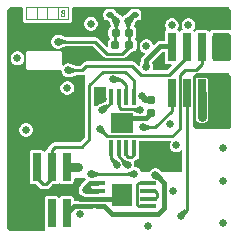
<source format=gbr>
G04 #@! TF.GenerationSoftware,KiCad,Pcbnew,9.0.3*
G04 #@! TF.CreationDate,2025-08-06T23:44:27+02:00*
G04 #@! TF.ProjectId,MADC,4d414443-2e6b-4696-9361-645f70636258,rev?*
G04 #@! TF.SameCoordinates,Original*
G04 #@! TF.FileFunction,Copper,L4,Bot*
G04 #@! TF.FilePolarity,Positive*
%FSLAX46Y46*%
G04 Gerber Fmt 4.6, Leading zero omitted, Abs format (unit mm)*
G04 Created by KiCad (PCBNEW 9.0.3) date 2025-08-06 23:44:27*
%MOMM*%
%LPD*%
G01*
G04 APERTURE LIST*
G04 Aperture macros list*
%AMRoundRect*
0 Rectangle with rounded corners*
0 $1 Rounding radius*
0 $2 $3 $4 $5 $6 $7 $8 $9 X,Y pos of 4 corners*
0 Add a 4 corners polygon primitive as box body*
4,1,4,$2,$3,$4,$5,$6,$7,$8,$9,$2,$3,0*
0 Add four circle primitives for the rounded corners*
1,1,$1+$1,$2,$3*
1,1,$1+$1,$4,$5*
1,1,$1+$1,$6,$7*
1,1,$1+$1,$8,$9*
0 Add four rect primitives between the rounded corners*
20,1,$1+$1,$2,$3,$4,$5,0*
20,1,$1+$1,$4,$5,$6,$7,0*
20,1,$1+$1,$6,$7,$8,$9,0*
20,1,$1+$1,$8,$9,$2,$3,0*%
G04 Aperture macros list end*
G04 #@! TA.AperFunction,NonConductor*
%ADD10C,0.100000*%
G04 #@! TD*
%ADD11C,0.100000*%
G04 #@! TA.AperFunction,SMDPad,CuDef*
%ADD12RoundRect,0.112500X-0.187500X-0.112500X0.187500X-0.112500X0.187500X0.112500X-0.187500X0.112500X0*%
G04 #@! TD*
G04 #@! TA.AperFunction,SMDPad,CuDef*
%ADD13RoundRect,0.155000X0.212500X0.155000X-0.212500X0.155000X-0.212500X-0.155000X0.212500X-0.155000X0*%
G04 #@! TD*
G04 #@! TA.AperFunction,SMDPad,CuDef*
%ADD14RoundRect,0.160000X0.197500X0.160000X-0.197500X0.160000X-0.197500X-0.160000X0.197500X-0.160000X0*%
G04 #@! TD*
G04 #@! TA.AperFunction,SMDPad,CuDef*
%ADD15RoundRect,0.100000X0.100000X-0.612500X0.100000X0.612500X-0.100000X0.612500X-0.100000X-0.612500X0*%
G04 #@! TD*
G04 #@! TA.AperFunction,HeatsinkPad*
%ADD16R,1.850000X1.730000*%
G04 #@! TD*
G04 #@! TA.AperFunction,SMDPad,CuDef*
%ADD17R,0.740000X2.400000*%
G04 #@! TD*
G04 #@! TA.AperFunction,SMDPad,CuDef*
%ADD18RoundRect,0.100000X0.612500X0.100000X-0.612500X0.100000X-0.612500X-0.100000X0.612500X-0.100000X0*%
G04 #@! TD*
G04 #@! TA.AperFunction,HeatsinkPad*
%ADD19R,1.730000X1.850000*%
G04 #@! TD*
G04 #@! TA.AperFunction,SMDPad,CuDef*
%ADD20RoundRect,0.155000X0.155000X-0.212500X0.155000X0.212500X-0.155000X0.212500X-0.155000X-0.212500X0*%
G04 #@! TD*
G04 #@! TA.AperFunction,ViaPad*
%ADD21C,0.650000*%
G04 #@! TD*
G04 #@! TA.AperFunction,Conductor*
%ADD22C,0.381000*%
G04 #@! TD*
G04 #@! TA.AperFunction,Conductor*
%ADD23C,0.254000*%
G04 #@! TD*
G04 #@! TA.AperFunction,Conductor*
%ADD24C,0.508000*%
G04 #@! TD*
G04 #@! TA.AperFunction,Conductor*
%ADD25C,0.762000*%
G04 #@! TD*
G04 APERTURE END LIST*
D10*
X135636000Y-83566000D02*
X136525000Y-83566000D01*
X136525000Y-84582000D01*
X135636000Y-84582000D01*
X135636000Y-83566000D01*
X137414000Y-83566000D02*
X138303000Y-83566000D01*
X138303000Y-84582000D01*
X137414000Y-84582000D01*
X137414000Y-83566000D01*
X138303000Y-83566000D02*
X139192000Y-83566000D01*
X139192000Y-84582000D01*
X138303000Y-84582000D01*
X138303000Y-83566000D01*
X136525000Y-83566000D02*
X137414000Y-83566000D01*
X137414000Y-84582000D01*
X136525000Y-84582000D01*
X136525000Y-83566000D01*
D11*
D10*
X138688096Y-84050504D02*
X138616668Y-84074314D01*
X138616668Y-84074314D02*
X138592858Y-84098123D01*
X138592858Y-84098123D02*
X138569049Y-84145742D01*
X138569049Y-84145742D02*
X138569049Y-84217171D01*
X138569049Y-84217171D02*
X138592858Y-84264790D01*
X138592858Y-84264790D02*
X138616668Y-84288600D01*
X138616668Y-84288600D02*
X138664287Y-84312409D01*
X138664287Y-84312409D02*
X138854763Y-84312409D01*
X138854763Y-84312409D02*
X138854763Y-83812409D01*
X138854763Y-83812409D02*
X138688096Y-83812409D01*
X138688096Y-83812409D02*
X138640477Y-83836219D01*
X138640477Y-83836219D02*
X138616668Y-83860028D01*
X138616668Y-83860028D02*
X138592858Y-83907647D01*
X138592858Y-83907647D02*
X138592858Y-83955266D01*
X138592858Y-83955266D02*
X138616668Y-84002885D01*
X138616668Y-84002885D02*
X138640477Y-84026695D01*
X138640477Y-84026695D02*
X138688096Y-84050504D01*
X138688096Y-84050504D02*
X138854763Y-84050504D01*
D12*
G04 #@! TO.P,D2,1,K*
G04 #@! TO.N,Net-(D1-A)*
X142714000Y-84201000D03*
G04 #@! TO.P,D2,2,A*
G04 #@! TO.N,Net-(D1-K)*
X144814000Y-84201000D03*
G04 #@! TD*
D13*
G04 #@! TO.P,C14,1*
G04 #@! TO.N,Net-(D1-K)*
X144331500Y-85725000D03*
G04 #@! TO.P,C14,2*
G04 #@! TO.N,Net-(D1-A)*
X143196500Y-85725000D03*
G04 #@! TD*
D14*
G04 #@! TO.P,R4,1*
G04 #@! TO.N,Net-(D1-K)*
X144361500Y-86741000D03*
G04 #@! TO.P,R4,2*
G04 #@! TO.N,Net-(D1-A)*
X143166500Y-86741000D03*
G04 #@! TD*
D15*
G04 #@! TO.P,RN1,1*
G04 #@! TO.N,Net-(RN1-Pad1)*
X144739000Y-95507500D03*
G04 #@! TO.P,RN1,2*
X144089000Y-95507500D03*
G04 #@! TO.P,RN1,3*
G04 #@! TO.N,/AD_REF-*
X143439000Y-95507500D03*
G04 #@! TO.P,RN1,4*
G04 #@! TO.N,/AD_REF+*
X142789000Y-95507500D03*
G04 #@! TO.P,RN1,5*
G04 #@! TO.N,Net-(RN1-Pad5)*
X142789000Y-91182500D03*
G04 #@! TO.P,RN1,6*
G04 #@! TO.N,Net-(RN1-Pad6)*
X143439000Y-91182500D03*
G04 #@! TO.P,RN1,7*
G04 #@! TO.N,Net-(RN1-Pad7)*
X144089000Y-91182500D03*
G04 #@! TO.P,RN1,8*
G04 #@! TO.N,/AD_IN*
X144739000Y-91182500D03*
D16*
G04 #@! TO.P,RN1,9,EP*
G04 #@! TO.N,GNDA*
X143764000Y-93345000D03*
G04 #@! TD*
D17*
G04 #@! TO.P,J1,1,Pin_1*
G04 #@! TO.N,GNDD*
X151765000Y-90850000D03*
G04 #@! TO.P,J1,2,Pin_2*
G04 #@! TO.N,+3.3V*
X151765000Y-86950000D03*
G04 #@! TO.P,J1,3,Pin_3*
G04 #@! TO.N,/AD_CMP*
X150495000Y-90850000D03*
G04 #@! TO.P,J1,4,Pin_4*
G04 #@! TO.N,/AD_IRN*
X150495000Y-86950000D03*
G04 #@! TO.P,J1,5,Pin_5*
G04 #@! TO.N,/SW_VRH*
X149225000Y-90850000D03*
G04 #@! TO.P,J1,6,Pin_6*
G04 #@! TO.N,/AD_IIN*
X149225000Y-86950000D03*
G04 #@! TO.P,J1,7,Pin_7*
G04 #@! TO.N,/AD_IRP*
X147955000Y-90850000D03*
G04 #@! TO.P,J1,8,Pin_8*
G04 #@! TO.N,/AD_ID*
X147955000Y-86950000D03*
G04 #@! TD*
G04 #@! TO.P,J2,1,Pin_1*
G04 #@! TO.N,GNDA*
X135255000Y-97110000D03*
G04 #@! TO.P,J2,2,Pin_2*
X135255000Y-101010000D03*
G04 #@! TO.P,J2,3,Pin_3*
G04 #@! TO.N,/AD_IN*
X136525000Y-97110000D03*
G04 #@! TO.P,J2,4,Pin_4*
G04 #@! TO.N,GNDA*
X136525000Y-101010000D03*
G04 #@! TO.P,J2,5,Pin_5*
G04 #@! TO.N,/AD_IN*
X137795000Y-97110000D03*
G04 #@! TO.P,J2,6,Pin_6*
G04 #@! TO.N,VCC*
X137795000Y-101010000D03*
G04 #@! TO.P,J2,7,Pin_7*
G04 #@! TO.N,VEE*
X139065000Y-97110000D03*
G04 #@! TO.P,J2,8,Pin_8*
G04 #@! TO.N,VREF*
X139065000Y-101010000D03*
G04 #@! TD*
D18*
G04 #@! TO.P,RN2,1*
G04 #@! TO.N,Net-(RN2-Pad1)*
X145926500Y-98466000D03*
G04 #@! TO.P,RN2,2*
G04 #@! TO.N,Net-(RN2-Pad2)*
X145926500Y-99116000D03*
G04 #@! TO.P,RN2,3*
X145926500Y-99766000D03*
G04 #@! TO.P,RN2,4*
G04 #@! TO.N,Net-(RN2-Pad1)*
X145926500Y-100416000D03*
G04 #@! TO.P,RN2,5*
G04 #@! TO.N,VREF*
X141601500Y-100416000D03*
G04 #@! TO.P,RN2,6*
G04 #@! TO.N,GNDA*
X141601500Y-99766000D03*
G04 #@! TO.P,RN2,7*
G04 #@! TO.N,Net-(RN2-Pad7)*
X141601500Y-99116000D03*
G04 #@! TO.P,RN2,8*
X141601500Y-98466000D03*
D19*
G04 #@! TO.P,RN2,9,EP*
G04 #@! TO.N,GNDA*
X143764000Y-99441000D03*
G04 #@! TD*
D20*
G04 #@! TO.P,C5,1*
G04 #@! TO.N,GNDA*
X146177000Y-92515500D03*
G04 #@! TO.P,C5,2*
G04 #@! TO.N,VCC*
X146177000Y-91380500D03*
G04 #@! TD*
D21*
G04 #@! TO.N,+3.3V*
X145923000Y-102108000D03*
X152527000Y-87122000D03*
X152273000Y-95504000D03*
X149352000Y-85086500D03*
X152527000Y-86233000D03*
G04 #@! TO.N,GNDA*
X143256000Y-93726000D03*
X140081000Y-94361000D03*
X147462857Y-96976980D03*
X139954000Y-98425000D03*
X144272000Y-93726000D03*
X135255000Y-101854000D03*
X140081000Y-84709000D03*
X134874000Y-84074000D03*
X142113000Y-91313000D03*
X143764000Y-99949000D03*
X150368000Y-85086500D03*
X138049000Y-91059000D03*
X135763000Y-90932000D03*
X146304000Y-84836000D03*
X135255000Y-100838000D03*
X134874000Y-85471000D03*
X147056000Y-88265000D03*
X143764000Y-98933000D03*
X141351000Y-87757000D03*
G04 #@! TO.N,Net-(D1-A)*
X143256000Y-84709000D03*
G04 #@! TO.N,Net-(D1-K)*
X144272000Y-84705500D03*
X138303000Y-86487000D03*
G04 #@! TO.N,VCC*
X145796000Y-86868000D03*
X148336000Y-95250000D03*
X137795000Y-101854000D03*
X145421961Y-91106767D03*
X140144500Y-101058500D03*
X134874000Y-87884000D03*
G04 #@! TO.N,VEE*
X140036000Y-97110000D03*
X148022500Y-99119500D03*
X141097000Y-84959500D03*
X147955000Y-85090000D03*
X139092969Y-90395138D03*
X135610128Y-93949780D03*
G04 #@! TO.N,/AD_ID*
X145796000Y-88646000D03*
G04 #@! TO.N,GNDD*
X152527000Y-89916000D03*
X152527000Y-91059000D03*
X152273000Y-98298000D03*
X152273000Y-101854000D03*
X147829500Y-93472000D03*
G04 #@! TO.N,/SW_VRH*
X148717000Y-101219000D03*
G04 #@! TO.N,/AD_IRP*
X145542000Y-93726000D03*
G04 #@! TO.N,/AD_IIN*
X139191000Y-88900000D03*
G04 #@! TO.N,/AD_CMP*
X150495000Y-92893000D03*
G04 #@! TO.N,/AD_IRN*
X141859000Y-93853000D03*
G04 #@! TO.N,VREF*
X146558000Y-97790000D03*
G04 #@! TO.N,/AD_REF+*
X143327000Y-96901829D03*
G04 #@! TO.N,Net-(RN1-Pad6)*
X145288000Y-92285500D03*
G04 #@! TO.N,/AD_REF-*
X144201000Y-96901000D03*
G04 #@! TO.N,Net-(RN1-Pad5)*
X142068500Y-92284500D03*
G04 #@! TO.N,Net-(RN1-Pad7)*
X143002000Y-89662000D03*
G04 #@! TO.N,Net-(RN2-Pad7)*
X140642114Y-99028012D03*
G04 #@! TO.N,Net-(U3B--)*
X141106725Y-97687000D03*
X144780000Y-97663000D03*
G04 #@! TD*
D22*
G04 #@! TO.N,GNDA*
X146177000Y-92515500D02*
X145728500Y-92964000D01*
X143764000Y-99766000D02*
X143764000Y-99441000D01*
X139827000Y-99441000D02*
X139827000Y-98552000D01*
X139827000Y-98552000D02*
X139954000Y-98425000D01*
X145728500Y-92964000D02*
X144272000Y-92964000D01*
X141601500Y-99766000D02*
X143764000Y-99766000D01*
X140152000Y-99766000D02*
X139827000Y-99441000D01*
X141601500Y-99766000D02*
X140152000Y-99766000D01*
D23*
G04 #@! TO.N,Net-(D1-A)*
X142714000Y-84201000D02*
X142748000Y-84201000D01*
X142748000Y-84201000D02*
X143256000Y-84709000D01*
X143256000Y-84709000D02*
X143256000Y-85665500D01*
X143166500Y-86741000D02*
X143166500Y-85755000D01*
X143166500Y-85755000D02*
X143196500Y-85725000D01*
X143256000Y-85665500D02*
X143196500Y-85725000D01*
G04 #@! TO.N,Net-(D1-K)*
X144814000Y-84201000D02*
X144776500Y-84201000D01*
X144776500Y-84201000D02*
X144272000Y-84705500D01*
X144361500Y-86905500D02*
X144361500Y-86741000D01*
X143764000Y-87503000D02*
X144361500Y-86905500D01*
X141478000Y-86487000D02*
X142494000Y-87503000D01*
X138303000Y-86487000D02*
X141478000Y-86487000D01*
X142494000Y-87503000D02*
X143764000Y-87503000D01*
X144272000Y-85665500D02*
X144331500Y-85725000D01*
X144361500Y-85755000D02*
X144331500Y-85725000D01*
X144272000Y-84705500D02*
X144272000Y-85665500D01*
X144361500Y-86741000D02*
X144361500Y-85755000D01*
D24*
G04 #@! TO.N,VCC*
X146177000Y-91380500D02*
X145695694Y-91380500D01*
X145695694Y-91380500D02*
X145421961Y-91106767D01*
D25*
G04 #@! TO.N,VEE*
X139065000Y-97110000D02*
X140036000Y-97110000D01*
D22*
G04 #@! TO.N,/AD_ID*
X147873000Y-86868000D02*
X147955000Y-86950000D01*
X145796000Y-88011000D02*
X146939000Y-86868000D01*
X147955000Y-86950000D02*
X147955000Y-87585000D01*
X145796000Y-88646000D02*
X145796000Y-88011000D01*
X146939000Y-86868000D02*
X147873000Y-86868000D01*
D23*
G04 #@! TO.N,/SW_VRH*
X149225000Y-100711000D02*
X149225000Y-90850000D01*
X148717000Y-101219000D02*
X149225000Y-100711000D01*
G04 #@! TO.N,/AD_IRP*
X147955000Y-92329000D02*
X147955000Y-90850000D01*
X146558000Y-93726000D02*
X147955000Y-92329000D01*
X145542000Y-93726000D02*
X146558000Y-93726000D01*
G04 #@! TO.N,/AD_IIN*
X147701000Y-89281000D02*
X149225000Y-87757000D01*
X144589500Y-88519000D02*
X145351500Y-89281000D01*
X140335000Y-88900000D02*
X140716000Y-88519000D01*
X140716000Y-88519000D02*
X144589500Y-88519000D01*
X139191000Y-88900000D02*
X140335000Y-88900000D01*
X149225000Y-87757000D02*
X149225000Y-87585000D01*
X145351500Y-89281000D02*
X147701000Y-89281000D01*
D25*
G04 #@! TO.N,/AD_CMP*
X150495000Y-92893000D02*
X150495000Y-90850000D01*
D23*
G04 #@! TO.N,/AD_IRN*
X141859000Y-93853000D02*
X142471000Y-94465000D01*
X149987000Y-88900000D02*
X150495000Y-88392000D01*
X148600000Y-93843000D02*
X148600000Y-89334500D01*
X147978000Y-94465000D02*
X148600000Y-93843000D01*
X148600000Y-89334500D02*
X149034500Y-88900000D01*
X149034500Y-88900000D02*
X149987000Y-88900000D01*
X142471000Y-94465000D02*
X147978000Y-94465000D01*
X150495000Y-88392000D02*
X150495000Y-87585000D01*
G04 #@! TO.N,/AD_IN*
X144739000Y-89748000D02*
X144739000Y-91182500D01*
X137287000Y-98552000D02*
X137795000Y-98044000D01*
X140335000Y-95377000D02*
X140970000Y-94742000D01*
X137795000Y-98044000D02*
X137795000Y-95645000D01*
X144018000Y-89027000D02*
X144739000Y-89748000D01*
X140970000Y-94742000D02*
X140970000Y-90170000D01*
X136525000Y-98044000D02*
X137033000Y-98552000D01*
X137033000Y-98552000D02*
X137287000Y-98552000D01*
X137795000Y-95645000D02*
X138063000Y-95377000D01*
X142113000Y-89027000D02*
X144018000Y-89027000D01*
X136525000Y-97110000D02*
X136525000Y-98044000D01*
X138063000Y-95377000D02*
X140335000Y-95377000D01*
X140970000Y-90170000D02*
X142113000Y-89027000D01*
D22*
G04 #@! TO.N,VREF*
X147320000Y-98425000D02*
X147320000Y-100520500D01*
X139659000Y-100416000D02*
X141115750Y-100416000D01*
X142199000Y-100416000D02*
X141601500Y-100416000D01*
X146748500Y-101092000D02*
X142875000Y-101092000D01*
X139065000Y-101010000D02*
X139659000Y-100416000D01*
X146685000Y-97790000D02*
X147320000Y-98425000D01*
X146558000Y-97790000D02*
X146685000Y-97790000D01*
X147320000Y-100520500D02*
X146748500Y-101092000D01*
X142875000Y-101092000D02*
X142199000Y-100416000D01*
D23*
G04 #@! TO.N,/AD_REF+*
X142789000Y-96363829D02*
X143327000Y-96901829D01*
X142789000Y-95507500D02*
X142789000Y-96363829D01*
G04 #@! TO.N,Net-(RN1-Pad6)*
X143637000Y-92202000D02*
X143439000Y-92004000D01*
X145204500Y-92202000D02*
X143637000Y-92202000D01*
X145288000Y-92285500D02*
X145204500Y-92202000D01*
X143439000Y-92004000D02*
X143439000Y-91182500D01*
G04 #@! TO.N,/AD_REF-*
X143439000Y-96195000D02*
X143439000Y-95507500D01*
X144145000Y-96901000D02*
X143439000Y-96195000D01*
X144201000Y-96901000D02*
X144145000Y-96901000D01*
G04 #@! TO.N,Net-(RN1-Pad5)*
X142789000Y-91182500D02*
X142789000Y-91653000D01*
X142157500Y-92284500D02*
X142068500Y-92284500D01*
X142789000Y-91653000D02*
X142157500Y-92284500D01*
G04 #@! TO.N,Net-(RN1-Pad7)*
X143659500Y-89684500D02*
X144089000Y-90114000D01*
X143024500Y-89684500D02*
X143659500Y-89684500D01*
X144089000Y-90114000D02*
X144089000Y-91182500D01*
X143002000Y-89662000D02*
X143024500Y-89684500D01*
G04 #@! TO.N,Net-(RN1-Pad1)*
X144739000Y-95507500D02*
X144739000Y-96053000D01*
X144526000Y-96266000D02*
X144272000Y-96266000D01*
X144739000Y-96053000D02*
X144526000Y-96266000D01*
X144272000Y-96266000D02*
X144089000Y-96083000D01*
X144089000Y-96083000D02*
X144089000Y-95507500D01*
G04 #@! TO.N,Net-(RN2-Pad1)*
X145926500Y-98466000D02*
X145120000Y-98466000D01*
X145120000Y-100416000D02*
X145926500Y-100416000D01*
X144959000Y-98627000D02*
X144959000Y-100255000D01*
X145120000Y-98466000D02*
X144959000Y-98627000D01*
X144959000Y-100255000D02*
X145120000Y-100416000D01*
G04 #@! TO.N,Net-(RN2-Pad2)*
X146685000Y-99568000D02*
X146685000Y-99314000D01*
X146487000Y-99766000D02*
X146685000Y-99568000D01*
X146487000Y-99116000D02*
X146685000Y-99314000D01*
X145926500Y-99116000D02*
X146487000Y-99116000D01*
X145926500Y-99766000D02*
X146487000Y-99766000D01*
D22*
G04 #@! TO.N,Net-(RN2-Pad7)*
X141601500Y-99116000D02*
X140730102Y-99116000D01*
X141015000Y-98466000D02*
X141601500Y-98466000D01*
X140642114Y-99028012D02*
X140642114Y-98838886D01*
X140642114Y-98838886D02*
X141015000Y-98466000D01*
X140730102Y-99116000D02*
X140642114Y-99028012D01*
D23*
G04 #@! TO.N,Net-(U3B--)*
X144756000Y-97687000D02*
X141106725Y-97687000D01*
X144780000Y-97663000D02*
X144756000Y-97687000D01*
G04 #@! TD*
G04 #@! TA.AperFunction,Conductor*
G04 #@! TO.N,GNDA*
G36*
X135313194Y-83584306D02*
G01*
X135331500Y-83628500D01*
X135331500Y-84622086D01*
X135331501Y-84622094D01*
X135352249Y-84699529D01*
X135352250Y-84699532D01*
X135370230Y-84730673D01*
X135392339Y-84768968D01*
X135449032Y-84825661D01*
X135513397Y-84862822D01*
X135518467Y-84865749D01*
X135518470Y-84865750D01*
X135520605Y-84866322D01*
X135595912Y-84886500D01*
X135595913Y-84886500D01*
X139232087Y-84886500D01*
X139232088Y-84886500D01*
X139244374Y-84883208D01*
X140517500Y-84883208D01*
X140517500Y-85035791D01*
X140517501Y-85035799D01*
X140556990Y-85183173D01*
X140556991Y-85183177D01*
X140586667Y-85234577D01*
X140632339Y-85313683D01*
X140633286Y-85315322D01*
X140633289Y-85315326D01*
X140741173Y-85423210D01*
X140741177Y-85423213D01*
X140741179Y-85423215D01*
X140873322Y-85499508D01*
X141020707Y-85539000D01*
X141020708Y-85539000D01*
X141173292Y-85539000D01*
X141173293Y-85539000D01*
X141320678Y-85499508D01*
X141452821Y-85423215D01*
X141560715Y-85315321D01*
X141637008Y-85183178D01*
X141676500Y-85035793D01*
X141676500Y-84883207D01*
X141637008Y-84735822D01*
X141560715Y-84603679D01*
X141560713Y-84603677D01*
X141560710Y-84603673D01*
X141452826Y-84495789D01*
X141452822Y-84495786D01*
X141452821Y-84495785D01*
X141335643Y-84428132D01*
X141320677Y-84419491D01*
X141320673Y-84419490D01*
X141173299Y-84380001D01*
X141173294Y-84380000D01*
X141173293Y-84380000D01*
X141020707Y-84380000D01*
X141020706Y-84380000D01*
X141020700Y-84380001D01*
X140873326Y-84419490D01*
X140873322Y-84419491D01*
X140741177Y-84495786D01*
X140741173Y-84495789D01*
X140633289Y-84603673D01*
X140633286Y-84603677D01*
X140556991Y-84735822D01*
X140556990Y-84735826D01*
X140517501Y-84883200D01*
X140517500Y-84883208D01*
X139244374Y-84883208D01*
X139309533Y-84865749D01*
X139378968Y-84825661D01*
X139435661Y-84768968D01*
X139475749Y-84699533D01*
X139496500Y-84622088D01*
X139496500Y-83628500D01*
X139514806Y-83584306D01*
X139559000Y-83566000D01*
X152755112Y-83566000D01*
X152799306Y-83584306D01*
X152973194Y-83758194D01*
X152991500Y-83802388D01*
X152991500Y-85448934D01*
X152986653Y-85460634D01*
X152986555Y-85473300D01*
X152977861Y-85481859D01*
X152973194Y-85493128D01*
X152961493Y-85497974D01*
X152952468Y-85506861D01*
X152941449Y-85506277D01*
X152929000Y-85511434D01*
X152904634Y-85506489D01*
X152900165Y-85504597D01*
X152898613Y-85503560D01*
X152856992Y-85486320D01*
X152856813Y-85486244D01*
X152856767Y-85486197D01*
X152855026Y-85485374D01*
X152755112Y-85465500D01*
X151663716Y-85465500D01*
X151663712Y-85465500D01*
X151564480Y-85485223D01*
X151551123Y-85490751D01*
X151527226Y-85495500D01*
X151369935Y-85495500D01*
X151369931Y-85495501D01*
X151295700Y-85510265D01*
X151295696Y-85510267D01*
X151211515Y-85566515D01*
X151181967Y-85610738D01*
X151142193Y-85637314D01*
X151095277Y-85627982D01*
X151078033Y-85610738D01*
X151048484Y-85566515D01*
X150964302Y-85510266D01*
X150964300Y-85510265D01*
X150890067Y-85495500D01*
X150099935Y-85495500D01*
X150099931Y-85495501D01*
X150025700Y-85510265D01*
X150025696Y-85510267D01*
X149941514Y-85566516D01*
X149911965Y-85610739D01*
X149902019Y-85617384D01*
X149895529Y-85627434D01*
X149882915Y-85630148D01*
X149872191Y-85637314D01*
X149860459Y-85634980D01*
X149848764Y-85637497D01*
X149838189Y-85630550D01*
X149825275Y-85627981D01*
X149808580Y-85611545D01*
X149808331Y-85611185D01*
X149778484Y-85566516D01*
X149776592Y-85565251D01*
X149771971Y-85558564D01*
X149768039Y-85540294D01*
X149760890Y-85523034D01*
X149763151Y-85517575D01*
X149761908Y-85511799D01*
X149772046Y-85496101D01*
X149779196Y-85478840D01*
X149779196Y-85478839D01*
X149815715Y-85442321D01*
X149892008Y-85310178D01*
X149931500Y-85162793D01*
X149931500Y-85010207D01*
X149892008Y-84862822D01*
X149815715Y-84730679D01*
X149815713Y-84730677D01*
X149815710Y-84730673D01*
X149707826Y-84622789D01*
X149707822Y-84622786D01*
X149707821Y-84622785D01*
X149641749Y-84584638D01*
X149575677Y-84546491D01*
X149575673Y-84546490D01*
X149428299Y-84507001D01*
X149428294Y-84507000D01*
X149428293Y-84507000D01*
X149275707Y-84507000D01*
X149275706Y-84507000D01*
X149275700Y-84507001D01*
X149128326Y-84546490D01*
X149128322Y-84546491D01*
X148996177Y-84622786D01*
X148996173Y-84622789D01*
X148888289Y-84730673D01*
X148888286Y-84730677D01*
X148811991Y-84862822D01*
X148811990Y-84862826D01*
X148772501Y-85010200D01*
X148772500Y-85010208D01*
X148772500Y-85162791D01*
X148772501Y-85162799D01*
X148811990Y-85310173D01*
X148811991Y-85310177D01*
X148866205Y-85404078D01*
X148872448Y-85451504D01*
X148843328Y-85489455D01*
X148824271Y-85496627D01*
X148755700Y-85510265D01*
X148755696Y-85510267D01*
X148671515Y-85566515D01*
X148641967Y-85610738D01*
X148602193Y-85637314D01*
X148555277Y-85627982D01*
X148538033Y-85610738D01*
X148508484Y-85566515D01*
X148442092Y-85522154D01*
X148415516Y-85482380D01*
X148422689Y-85438937D01*
X148431767Y-85423215D01*
X148495008Y-85313678D01*
X148534500Y-85166293D01*
X148534500Y-85013707D01*
X148495008Y-84866322D01*
X148418715Y-84734179D01*
X148418713Y-84734177D01*
X148418710Y-84734173D01*
X148310826Y-84626289D01*
X148310822Y-84626286D01*
X148310821Y-84626285D01*
X148244749Y-84588138D01*
X148178677Y-84549991D01*
X148178673Y-84549990D01*
X148031299Y-84510501D01*
X148031294Y-84510500D01*
X148031293Y-84510500D01*
X147878707Y-84510500D01*
X147878706Y-84510500D01*
X147878700Y-84510501D01*
X147731326Y-84549990D01*
X147731322Y-84549991D01*
X147599177Y-84626286D01*
X147599173Y-84626289D01*
X147491289Y-84734173D01*
X147491286Y-84734177D01*
X147414991Y-84866322D01*
X147414990Y-84866326D01*
X147375501Y-85013700D01*
X147375500Y-85013708D01*
X147375500Y-85166291D01*
X147375501Y-85166299D01*
X147414990Y-85313673D01*
X147414991Y-85313677D01*
X147415941Y-85315322D01*
X147478233Y-85423215D01*
X147487311Y-85438937D01*
X147493554Y-85486363D01*
X147467907Y-85522154D01*
X147401515Y-85566515D01*
X147345266Y-85650697D01*
X147345265Y-85650699D01*
X147330500Y-85724932D01*
X147330500Y-86360500D01*
X147312194Y-86404694D01*
X147268000Y-86423000D01*
X146880409Y-86423000D01*
X146848409Y-86431575D01*
X146842008Y-86433291D01*
X146767239Y-86453324D01*
X146767236Y-86453325D01*
X146665762Y-86511912D01*
X146665763Y-86511912D01*
X146454258Y-86723416D01*
X146410064Y-86741722D01*
X146365870Y-86723416D01*
X146349694Y-86695398D01*
X146336009Y-86644325D01*
X146336008Y-86644322D01*
X146289229Y-86563299D01*
X146259715Y-86512179D01*
X146259713Y-86512177D01*
X146259710Y-86512173D01*
X146151826Y-86404289D01*
X146151822Y-86404286D01*
X146151821Y-86404285D01*
X146030649Y-86334326D01*
X146019677Y-86327991D01*
X146019673Y-86327990D01*
X145872299Y-86288501D01*
X145872294Y-86288500D01*
X145872293Y-86288500D01*
X145719707Y-86288500D01*
X145719706Y-86288500D01*
X145719700Y-86288501D01*
X145572326Y-86327990D01*
X145572322Y-86327991D01*
X145440177Y-86404286D01*
X145440173Y-86404289D01*
X145332289Y-86512173D01*
X145332286Y-86512177D01*
X145255991Y-86644322D01*
X145255990Y-86644326D01*
X145216501Y-86791700D01*
X145216500Y-86791708D01*
X145216500Y-86944291D01*
X145216501Y-86944299D01*
X145255990Y-87091673D01*
X145255991Y-87091677D01*
X145332286Y-87223822D01*
X145332289Y-87223826D01*
X145440173Y-87331710D01*
X145440177Y-87331713D01*
X145440179Y-87331715D01*
X145516017Y-87375500D01*
X145572322Y-87408008D01*
X145572325Y-87408009D01*
X145623398Y-87421694D01*
X145661349Y-87450814D01*
X145667592Y-87498240D01*
X145651416Y-87526258D01*
X145522764Y-87654911D01*
X145439915Y-87737758D01*
X145439908Y-87737767D01*
X145381327Y-87839232D01*
X145379197Y-87847183D01*
X145379196Y-87847182D01*
X145379196Y-87847186D01*
X145364613Y-87901611D01*
X145364613Y-87901612D01*
X145351000Y-87952409D01*
X145351000Y-88041276D01*
X145348885Y-88057399D01*
X145233228Y-88490555D01*
X145204140Y-88528531D01*
X145156720Y-88534817D01*
X145128649Y-88518626D01*
X144823751Y-88213728D01*
X144823747Y-88213724D01*
X144800832Y-88200494D01*
X144778630Y-88187675D01*
X144778630Y-88187676D01*
X144736754Y-88163499D01*
X144736751Y-88163498D01*
X144639729Y-88137500D01*
X144639725Y-88137500D01*
X140665775Y-88137500D01*
X140665770Y-88137500D01*
X140568748Y-88163498D01*
X140568746Y-88163498D01*
X140481751Y-88213725D01*
X140414291Y-88281185D01*
X140414277Y-88281197D01*
X140195283Y-88500194D01*
X140151089Y-88518500D01*
X139901704Y-88518500D01*
X139882096Y-88515344D01*
X139871630Y-88511886D01*
X139418366Y-88362121D01*
X139414678Y-88359992D01*
X139400097Y-88356084D01*
X139398412Y-88355528D01*
X139398402Y-88355525D01*
X139348320Y-88338977D01*
X139333276Y-88334506D01*
X139331932Y-88334151D01*
X139316986Y-88330667D01*
X139316979Y-88330666D01*
X139313227Y-88330655D01*
X139297249Y-88328526D01*
X139267294Y-88320500D01*
X139267293Y-88320500D01*
X139114707Y-88320500D01*
X139114706Y-88320500D01*
X139114700Y-88320501D01*
X138967326Y-88359990D01*
X138967322Y-88359991D01*
X138835177Y-88436286D01*
X138835173Y-88436289D01*
X138790694Y-88480769D01*
X138746500Y-88499075D01*
X138702306Y-88480769D01*
X138684000Y-88436575D01*
X138684000Y-87376000D01*
X138557000Y-87249000D01*
X135763000Y-87249000D01*
X135636000Y-87376000D01*
X135636000Y-88773000D01*
X135763000Y-88900000D01*
X138549000Y-88900000D01*
X138593194Y-88918306D01*
X138611500Y-88962500D01*
X138611500Y-88976291D01*
X138611501Y-88976299D01*
X138650990Y-89123673D01*
X138650991Y-89123677D01*
X138650992Y-89123678D01*
X138727100Y-89255501D01*
X138727286Y-89255822D01*
X138727289Y-89255826D01*
X138835173Y-89363710D01*
X138835177Y-89363713D01*
X138835179Y-89363715D01*
X138967322Y-89440008D01*
X139114707Y-89479500D01*
X139114708Y-89479500D01*
X139267293Y-89479500D01*
X139325985Y-89463773D01*
X139348343Y-89461014D01*
X139400077Y-89443920D01*
X139414678Y-89440008D01*
X139414680Y-89440007D01*
X139418464Y-89438440D01*
X139418503Y-89438534D01*
X139424463Y-89435862D01*
X139642819Y-89363715D01*
X139882096Y-89284654D01*
X139901704Y-89281500D01*
X140385224Y-89281500D01*
X140385225Y-89281500D01*
X140482254Y-89255501D01*
X140495249Y-89247997D01*
X140542675Y-89241753D01*
X140580626Y-89270873D01*
X140589000Y-89302124D01*
X140589000Y-90111879D01*
X140588500Y-90119509D01*
X140588500Y-94558089D01*
X140570194Y-94602283D01*
X140195283Y-94977194D01*
X140151089Y-94995500D01*
X138012770Y-94995500D01*
X137915748Y-95021498D01*
X137915746Y-95021498D01*
X137871099Y-95047276D01*
X137828752Y-95071724D01*
X137489725Y-95410751D01*
X137439498Y-95497746D01*
X137439498Y-95497748D01*
X137413500Y-95594770D01*
X137413500Y-95601509D01*
X137395194Y-95645703D01*
X137363193Y-95662808D01*
X137325700Y-95670265D01*
X137325696Y-95670267D01*
X137241515Y-95726515D01*
X137211967Y-95770738D01*
X137172193Y-95797314D01*
X137125277Y-95787982D01*
X137108033Y-95770738D01*
X137078484Y-95726515D01*
X136994302Y-95670266D01*
X136994300Y-95670265D01*
X136920067Y-95655500D01*
X136129935Y-95655500D01*
X136129931Y-95655501D01*
X136055700Y-95670265D01*
X136055696Y-95670267D01*
X135971515Y-95726515D01*
X135915266Y-95810697D01*
X135915265Y-95810699D01*
X135900500Y-95884932D01*
X135900500Y-98335064D01*
X135900501Y-98335068D01*
X135915265Y-98409299D01*
X135915267Y-98409303D01*
X135971515Y-98493484D01*
X136055697Y-98549733D01*
X136055699Y-98549734D01*
X136129933Y-98564500D01*
X136480089Y-98564499D01*
X136524283Y-98582805D01*
X136725536Y-98784058D01*
X136725541Y-98784064D01*
X136727723Y-98786246D01*
X136727724Y-98786247D01*
X136798753Y-98857276D01*
X136885746Y-98907501D01*
X136928526Y-98918964D01*
X136982770Y-98933499D01*
X136982773Y-98933499D01*
X136982775Y-98933500D01*
X136982776Y-98933500D01*
X137337224Y-98933500D01*
X137337225Y-98933500D01*
X137434254Y-98907501D01*
X137521247Y-98857276D01*
X137592276Y-98786247D01*
X137592276Y-98786246D01*
X137795717Y-98582805D01*
X137839911Y-98564499D01*
X138190065Y-98564499D01*
X138190066Y-98564499D01*
X138264301Y-98549734D01*
X138348484Y-98493484D01*
X138378033Y-98449260D01*
X138417807Y-98422685D01*
X138464723Y-98432017D01*
X138481967Y-98449261D01*
X138511515Y-98493484D01*
X138595697Y-98549733D01*
X138595699Y-98549734D01*
X138669933Y-98564500D01*
X139460066Y-98564499D01*
X139534301Y-98549734D01*
X139618484Y-98493484D01*
X139674734Y-98409301D01*
X139689500Y-98335067D01*
X139689500Y-98106500D01*
X139707806Y-98062306D01*
X139752000Y-98044000D01*
X140618301Y-98044000D01*
X140662495Y-98062306D01*
X140681737Y-98081548D01*
X140700043Y-98125742D01*
X140681737Y-98169936D01*
X140681724Y-98169949D01*
X140680001Y-98171671D01*
X140670966Y-98179146D01*
X140654211Y-98190539D01*
X140654205Y-98190544D01*
X140289937Y-98560745D01*
X140289136Y-98561453D01*
X140178396Y-98672193D01*
X140169496Y-98687606D01*
X140169497Y-98687607D01*
X140167708Y-98690706D01*
X140165066Y-98694270D01*
X140163534Y-98697934D01*
X140161536Y-98701396D01*
X140161534Y-98701396D01*
X140102107Y-98804331D01*
X140102104Y-98804338D01*
X140062615Y-98951712D01*
X140062614Y-98951720D01*
X140062614Y-99104303D01*
X140062615Y-99104311D01*
X140102104Y-99251685D01*
X140102105Y-99251689D01*
X140178400Y-99383834D01*
X140178403Y-99383838D01*
X140286287Y-99491722D01*
X140286291Y-99491725D01*
X140286293Y-99491727D01*
X140418436Y-99568020D01*
X140565821Y-99607512D01*
X140565822Y-99607512D01*
X140707522Y-99607512D01*
X140751716Y-99625818D01*
X140755835Y-99630362D01*
X140762924Y-99639000D01*
X141539000Y-99639000D01*
X141583194Y-99657306D01*
X141601500Y-99701500D01*
X141601500Y-99830500D01*
X141583194Y-99874694D01*
X141539000Y-99893000D01*
X140762924Y-99893000D01*
X140763582Y-99896306D01*
X140754250Y-99943223D01*
X140714477Y-99969799D01*
X140702283Y-99971000D01*
X139751999Y-99971000D01*
X139707805Y-99952694D01*
X139689499Y-99908500D01*
X139689499Y-99784935D01*
X139689499Y-99784933D01*
X139674734Y-99710699D01*
X139659555Y-99687982D01*
X139618484Y-99626515D01*
X139534302Y-99570266D01*
X139534300Y-99570265D01*
X139460067Y-99555500D01*
X138669935Y-99555500D01*
X138669931Y-99555501D01*
X138595700Y-99570265D01*
X138595696Y-99570267D01*
X138511515Y-99626515D01*
X138481967Y-99670738D01*
X138442193Y-99697314D01*
X138395277Y-99687982D01*
X138378033Y-99670738D01*
X138348484Y-99626515D01*
X138264302Y-99570266D01*
X138264300Y-99570265D01*
X138190067Y-99555500D01*
X137399935Y-99555500D01*
X137399931Y-99555501D01*
X137325700Y-99570265D01*
X137325696Y-99570267D01*
X137241515Y-99626515D01*
X137185266Y-99710697D01*
X137185265Y-99710699D01*
X137170500Y-99784932D01*
X137170500Y-102235064D01*
X137170501Y-102235068D01*
X137185265Y-102309299D01*
X137185267Y-102309303D01*
X137240375Y-102391777D01*
X137249707Y-102438693D01*
X137223131Y-102478467D01*
X137188408Y-102489000D01*
X134264888Y-102489000D01*
X134220694Y-102470694D01*
X134026806Y-102276806D01*
X134008500Y-102232612D01*
X134008500Y-93873488D01*
X135030628Y-93873488D01*
X135030628Y-94026071D01*
X135030629Y-94026079D01*
X135070118Y-94173453D01*
X135070119Y-94173457D01*
X135070120Y-94173458D01*
X135137354Y-94289911D01*
X135146414Y-94305602D01*
X135146417Y-94305606D01*
X135254301Y-94413490D01*
X135254305Y-94413493D01*
X135254307Y-94413495D01*
X135386450Y-94489788D01*
X135533835Y-94529280D01*
X135533836Y-94529280D01*
X135686420Y-94529280D01*
X135686421Y-94529280D01*
X135833806Y-94489788D01*
X135965949Y-94413495D01*
X136073843Y-94305601D01*
X136150136Y-94173458D01*
X136189628Y-94026073D01*
X136189628Y-93873487D01*
X136150136Y-93726102D01*
X136073843Y-93593959D01*
X136073841Y-93593957D01*
X136073838Y-93593953D01*
X135965954Y-93486069D01*
X135965950Y-93486066D01*
X135965949Y-93486065D01*
X135899877Y-93447918D01*
X135833805Y-93409771D01*
X135833801Y-93409770D01*
X135686427Y-93370281D01*
X135686422Y-93370280D01*
X135686421Y-93370280D01*
X135533835Y-93370280D01*
X135533834Y-93370280D01*
X135533828Y-93370281D01*
X135386454Y-93409770D01*
X135386450Y-93409771D01*
X135254305Y-93486066D01*
X135254301Y-93486069D01*
X135146417Y-93593953D01*
X135146414Y-93593957D01*
X135070119Y-93726102D01*
X135070118Y-93726106D01*
X135030629Y-93873480D01*
X135030628Y-93873488D01*
X134008500Y-93873488D01*
X134008500Y-90318846D01*
X138513469Y-90318846D01*
X138513469Y-90471429D01*
X138513470Y-90471437D01*
X138552959Y-90618811D01*
X138552960Y-90618815D01*
X138572700Y-90653005D01*
X138628936Y-90750409D01*
X138629255Y-90750960D01*
X138629258Y-90750964D01*
X138737142Y-90858848D01*
X138737146Y-90858851D01*
X138737148Y-90858853D01*
X138869291Y-90935146D01*
X139016676Y-90974638D01*
X139016677Y-90974638D01*
X139169261Y-90974638D01*
X139169262Y-90974638D01*
X139316647Y-90935146D01*
X139448790Y-90858853D01*
X139556684Y-90750959D01*
X139632977Y-90618816D01*
X139672469Y-90471431D01*
X139672469Y-90318845D01*
X139632977Y-90171460D01*
X139556684Y-90039317D01*
X139556682Y-90039315D01*
X139556679Y-90039311D01*
X139448795Y-89931427D01*
X139448791Y-89931424D01*
X139448790Y-89931423D01*
X139382718Y-89893276D01*
X139316646Y-89855129D01*
X139316642Y-89855128D01*
X139169268Y-89815639D01*
X139169263Y-89815638D01*
X139169262Y-89815638D01*
X139016676Y-89815638D01*
X139016675Y-89815638D01*
X139016669Y-89815639D01*
X138869295Y-89855128D01*
X138869291Y-89855129D01*
X138737146Y-89931424D01*
X138737142Y-89931427D01*
X138629258Y-90039311D01*
X138629255Y-90039315D01*
X138552960Y-90171460D01*
X138552959Y-90171464D01*
X138513470Y-90318838D01*
X138513469Y-90318846D01*
X134008500Y-90318846D01*
X134008500Y-87807708D01*
X134294500Y-87807708D01*
X134294500Y-87960291D01*
X134294501Y-87960299D01*
X134333990Y-88107673D01*
X134333991Y-88107677D01*
X134372138Y-88173749D01*
X134407560Y-88235102D01*
X134410286Y-88239822D01*
X134410289Y-88239826D01*
X134518173Y-88347710D01*
X134518177Y-88347713D01*
X134518179Y-88347715D01*
X134650322Y-88424008D01*
X134797707Y-88463500D01*
X134797708Y-88463500D01*
X134950292Y-88463500D01*
X134950293Y-88463500D01*
X135097678Y-88424008D01*
X135229821Y-88347715D01*
X135337715Y-88239821D01*
X135414008Y-88107678D01*
X135453500Y-87960293D01*
X135453500Y-87807707D01*
X135414008Y-87660322D01*
X135337715Y-87528179D01*
X135337713Y-87528177D01*
X135337710Y-87528173D01*
X135229826Y-87420289D01*
X135229822Y-87420286D01*
X135229821Y-87420285D01*
X135152251Y-87375500D01*
X135097677Y-87343991D01*
X135097673Y-87343990D01*
X134950299Y-87304501D01*
X134950294Y-87304500D01*
X134950293Y-87304500D01*
X134797707Y-87304500D01*
X134797706Y-87304500D01*
X134797700Y-87304501D01*
X134650326Y-87343990D01*
X134650322Y-87343991D01*
X134518177Y-87420286D01*
X134518173Y-87420289D01*
X134410289Y-87528173D01*
X134410286Y-87528177D01*
X134333991Y-87660322D01*
X134333990Y-87660326D01*
X134294501Y-87807700D01*
X134294500Y-87807708D01*
X134008500Y-87807708D01*
X134008500Y-86410708D01*
X137723500Y-86410708D01*
X137723500Y-86563291D01*
X137723501Y-86563299D01*
X137762990Y-86710673D01*
X137762991Y-86710677D01*
X137839286Y-86842822D01*
X137839289Y-86842826D01*
X137947173Y-86950710D01*
X137947177Y-86950713D01*
X137947179Y-86950715D01*
X138079322Y-87027008D01*
X138226707Y-87066500D01*
X138226708Y-87066500D01*
X138379293Y-87066500D01*
X138437985Y-87050773D01*
X138460343Y-87048014D01*
X138512077Y-87030920D01*
X138526678Y-87027008D01*
X138526680Y-87027007D01*
X138530464Y-87025440D01*
X138530503Y-87025534D01*
X138536463Y-87022862D01*
X138754819Y-86950715D01*
X138994096Y-86871654D01*
X139013704Y-86868500D01*
X141294089Y-86868500D01*
X141338283Y-86886806D01*
X142188724Y-87737247D01*
X142259753Y-87808276D01*
X142346746Y-87858501D01*
X142363451Y-87862977D01*
X142443770Y-87884499D01*
X142443773Y-87884499D01*
X142443775Y-87884500D01*
X142443776Y-87884500D01*
X143814224Y-87884500D01*
X143814225Y-87884500D01*
X143911254Y-87858501D01*
X143998247Y-87808276D01*
X144069276Y-87737247D01*
X144472717Y-87333804D01*
X144516911Y-87315499D01*
X144591619Y-87315499D01*
X144591622Y-87315499D01*
X144688684Y-87300127D01*
X144805674Y-87240518D01*
X144898518Y-87147674D01*
X144958127Y-87030684D01*
X144973500Y-86933623D01*
X144973499Y-86548378D01*
X144958127Y-86451316D01*
X144898518Y-86334326D01*
X144827850Y-86263658D01*
X144809544Y-86219464D01*
X144827850Y-86175270D01*
X144836412Y-86166708D01*
X144879422Y-86123698D01*
X144938312Y-86008120D01*
X144947338Y-85951133D01*
X144953498Y-85912239D01*
X144953500Y-85912223D01*
X144953500Y-85537776D01*
X144953498Y-85537760D01*
X144938313Y-85441885D01*
X144938312Y-85441883D01*
X144938312Y-85441880D01*
X144938310Y-85441877D01*
X144938310Y-85441875D01*
X144879422Y-85326302D01*
X144787697Y-85234577D01*
X144769157Y-85225130D01*
X144738092Y-85188755D01*
X144738188Y-85149835D01*
X144775869Y-85035793D01*
X144807870Y-84938940D01*
X144809465Y-84934652D01*
X144811032Y-84930866D01*
X144812008Y-84929178D01*
X144812512Y-84927293D01*
X144814079Y-84923512D01*
X144814599Y-84922990D01*
X144815991Y-84919337D01*
X144918883Y-84714901D01*
X144955103Y-84683654D01*
X144974711Y-84680499D01*
X145036332Y-84680499D01*
X145107666Y-84670107D01*
X145217704Y-84616313D01*
X145304313Y-84529704D01*
X145358107Y-84419666D01*
X145368500Y-84348333D01*
X145368499Y-84053668D01*
X145358107Y-83982334D01*
X145304313Y-83872296D01*
X145217704Y-83785687D01*
X145107666Y-83731893D01*
X145107664Y-83731892D01*
X145107663Y-83731892D01*
X145049368Y-83723399D01*
X145036333Y-83721500D01*
X145036325Y-83721500D01*
X144591668Y-83721500D01*
X144520336Y-83731892D01*
X144520335Y-83731892D01*
X144520334Y-83731893D01*
X144425623Y-83778194D01*
X144410294Y-83785688D01*
X144323688Y-83872294D01*
X144269892Y-83982336D01*
X144263167Y-84028497D01*
X144238680Y-84069590D01*
X144229418Y-84075314D01*
X144058159Y-84161508D01*
X144058157Y-84161509D01*
X144052431Y-84164390D01*
X144048322Y-84165492D01*
X144035272Y-84173025D01*
X144033652Y-84173841D01*
X144033650Y-84173841D01*
X143986578Y-84197533D01*
X143972945Y-84204913D01*
X143971740Y-84205612D01*
X143958480Y-84213853D01*
X143958473Y-84213858D01*
X143955820Y-84216496D01*
X143943014Y-84226291D01*
X143916179Y-84241784D01*
X143916173Y-84241789D01*
X143806444Y-84351519D01*
X143762250Y-84369825D01*
X143718056Y-84351519D01*
X143611823Y-84245286D01*
X143605611Y-84241700D01*
X143559200Y-84214904D01*
X143541437Y-84201043D01*
X143492759Y-84176543D01*
X143491227Y-84175659D01*
X143491208Y-84175649D01*
X143479678Y-84168992D01*
X143479675Y-84168990D01*
X143475894Y-84167424D01*
X143475932Y-84167330D01*
X143469839Y-84165007D01*
X143299131Y-84079091D01*
X143267885Y-84042871D01*
X143265382Y-84032273D01*
X143258107Y-83982336D01*
X143258107Y-83982334D01*
X143204313Y-83872296D01*
X143117704Y-83785687D01*
X143007666Y-83731893D01*
X143007664Y-83731892D01*
X143007663Y-83731892D01*
X142949368Y-83723399D01*
X142936333Y-83721500D01*
X142936325Y-83721500D01*
X142491668Y-83721500D01*
X142420336Y-83731892D01*
X142420335Y-83731892D01*
X142420334Y-83731893D01*
X142325623Y-83778194D01*
X142310294Y-83785688D01*
X142223688Y-83872294D01*
X142169892Y-83982336D01*
X142159501Y-84053660D01*
X142159500Y-84053674D01*
X142159500Y-84348331D01*
X142169892Y-84419663D01*
X142169893Y-84419666D01*
X142223687Y-84529704D01*
X142310296Y-84616313D01*
X142420334Y-84670107D01*
X142491667Y-84680500D01*
X142551525Y-84680499D01*
X142595719Y-84698804D01*
X142607354Y-84714901D01*
X142712007Y-84922839D01*
X142713920Y-84927015D01*
X142715489Y-84930802D01*
X142715992Y-84932678D01*
X142716963Y-84934359D01*
X142718530Y-84938142D01*
X142718530Y-84938877D01*
X142720134Y-84942456D01*
X142788821Y-85150340D01*
X142785304Y-85198046D01*
X142757852Y-85225635D01*
X142740302Y-85234577D01*
X142648577Y-85326302D01*
X142589689Y-85441875D01*
X142589686Y-85441885D01*
X142574501Y-85537760D01*
X142574500Y-85537776D01*
X142574500Y-85912223D01*
X142574501Y-85912239D01*
X142589686Y-86008114D01*
X142589689Y-86008124D01*
X142648577Y-86123697D01*
X142700150Y-86175270D01*
X142718456Y-86219464D01*
X142700150Y-86263658D01*
X142629481Y-86334326D01*
X142569874Y-86451311D01*
X142569871Y-86451321D01*
X142554501Y-86548363D01*
X142554500Y-86548379D01*
X142554500Y-86873089D01*
X142536194Y-86917283D01*
X142492000Y-86935589D01*
X142447806Y-86917283D01*
X141712247Y-86181724D01*
X141686238Y-86166708D01*
X141625254Y-86131499D01*
X141625251Y-86131498D01*
X141528229Y-86105500D01*
X141528225Y-86105500D01*
X139013704Y-86105500D01*
X138994096Y-86102344D01*
X138754826Y-86023286D01*
X138530366Y-85949121D01*
X138526678Y-85946992D01*
X138512097Y-85943084D01*
X138510412Y-85942528D01*
X138510402Y-85942525D01*
X138460320Y-85925977D01*
X138445276Y-85921506D01*
X138443932Y-85921151D01*
X138428986Y-85917667D01*
X138428979Y-85917666D01*
X138425227Y-85917655D01*
X138409249Y-85915526D01*
X138379294Y-85907500D01*
X138379293Y-85907500D01*
X138226707Y-85907500D01*
X138226706Y-85907500D01*
X138226700Y-85907501D01*
X138079326Y-85946990D01*
X138079322Y-85946991D01*
X137947177Y-86023286D01*
X137947173Y-86023289D01*
X137839289Y-86131173D01*
X137839286Y-86131177D01*
X137762991Y-86263322D01*
X137762990Y-86263326D01*
X137723501Y-86410700D01*
X137723500Y-86410708D01*
X134008500Y-86410708D01*
X134008500Y-83822388D01*
X134026806Y-83778194D01*
X134220694Y-83584306D01*
X134264888Y-83566000D01*
X135269000Y-83566000D01*
X135313194Y-83584306D01*
G37*
G04 #@! TD.AperFunction*
G04 #@! TA.AperFunction,Conductor*
G36*
X147835753Y-94864806D02*
G01*
X147854059Y-94909000D01*
X147845686Y-94940250D01*
X147795991Y-95026322D01*
X147795990Y-95026326D01*
X147756501Y-95173700D01*
X147756500Y-95173708D01*
X147756500Y-95326291D01*
X147756501Y-95326299D01*
X147795990Y-95473673D01*
X147795991Y-95473677D01*
X147809889Y-95497748D01*
X147869795Y-95601509D01*
X147872286Y-95605822D01*
X147872289Y-95605826D01*
X147980173Y-95713710D01*
X147980177Y-95713713D01*
X147980179Y-95713715D01*
X148112322Y-95790008D01*
X148259707Y-95829500D01*
X148259708Y-95829500D01*
X148412292Y-95829500D01*
X148412293Y-95829500D01*
X148559678Y-95790008D01*
X148691821Y-95713715D01*
X148692611Y-95712925D01*
X148736806Y-95668731D01*
X148781000Y-95650425D01*
X148825194Y-95668731D01*
X148843500Y-95712925D01*
X148843500Y-97473500D01*
X148825194Y-97517694D01*
X148781000Y-97536000D01*
X147137028Y-97536000D01*
X147134949Y-97535138D01*
X147132817Y-97535858D01*
X147113131Y-97526101D01*
X147092834Y-97517694D01*
X147089957Y-97514616D01*
X147029659Y-97445585D01*
X147022605Y-97435721D01*
X147021715Y-97434179D01*
X147021714Y-97434178D01*
X147021713Y-97434176D01*
X146913826Y-97326289D01*
X146913822Y-97326286D01*
X146913821Y-97326285D01*
X146795876Y-97258189D01*
X146781677Y-97249991D01*
X146781673Y-97249990D01*
X146634299Y-97210501D01*
X146634294Y-97210500D01*
X146634293Y-97210500D01*
X146481707Y-97210500D01*
X146481706Y-97210500D01*
X146481700Y-97210501D01*
X146334326Y-97249990D01*
X146334322Y-97249991D01*
X146202177Y-97326286D01*
X146202173Y-97326289D01*
X146094289Y-97434173D01*
X146094282Y-97434182D01*
X146053540Y-97504750D01*
X146015590Y-97533870D01*
X145999414Y-97536000D01*
X145393871Y-97536000D01*
X145349677Y-97517694D01*
X145333501Y-97489677D01*
X145321236Y-97443906D01*
X145320008Y-97439322D01*
X145243715Y-97307179D01*
X145243713Y-97307177D01*
X145243710Y-97307173D01*
X145135826Y-97199289D01*
X145135822Y-97199286D01*
X145135821Y-97199285D01*
X145045247Y-97146992D01*
X145003677Y-97122991D01*
X145003673Y-97122990D01*
X144856299Y-97083501D01*
X144856294Y-97083500D01*
X144856293Y-97083500D01*
X144856292Y-97083500D01*
X144833494Y-97083500D01*
X144789300Y-97065194D01*
X144770994Y-97021000D01*
X144773124Y-97004824D01*
X144780498Y-96977299D01*
X144780500Y-96977291D01*
X144780500Y-96824708D01*
X144780498Y-96824700D01*
X144741008Y-96677322D01*
X144741005Y-96677316D01*
X144731149Y-96660244D01*
X144724905Y-96612818D01*
X144754025Y-96574868D01*
X144760247Y-96571276D01*
X144831276Y-96500247D01*
X144831276Y-96500246D01*
X144839695Y-96491826D01*
X144874877Y-96474174D01*
X144941550Y-96464461D01*
X145047840Y-96412499D01*
X145131499Y-96328840D01*
X145183461Y-96222550D01*
X145193500Y-96153646D01*
X145193500Y-94909000D01*
X145211806Y-94864806D01*
X145256000Y-94846500D01*
X147791559Y-94846500D01*
X147835753Y-94864806D01*
G37*
G04 #@! TD.AperFunction*
G04 #@! TA.AperFunction,Conductor*
G36*
X142371938Y-90315306D02*
G01*
X142390244Y-90359500D01*
X142383893Y-90386950D01*
X142344539Y-90467448D01*
X142344539Y-90467449D01*
X142334500Y-90536354D01*
X142334500Y-91518326D01*
X142316194Y-91562520D01*
X142294405Y-91576672D01*
X141921246Y-91719966D01*
X141914978Y-91723553D01*
X141900121Y-91729673D01*
X141844821Y-91744491D01*
X141844815Y-91744494D01*
X141712682Y-91820782D01*
X141712673Y-91820789D01*
X141603769Y-91929694D01*
X141559575Y-91948000D01*
X141414000Y-91948000D01*
X141369806Y-91929694D01*
X141351500Y-91885500D01*
X141351500Y-90359500D01*
X141369806Y-90315306D01*
X141414000Y-90297000D01*
X142327744Y-90297000D01*
X142371938Y-90315306D01*
G37*
G04 #@! TD.AperFunction*
G04 #@! TA.AperFunction,Conductor*
G36*
X147312195Y-87331306D02*
G01*
X147330501Y-87375500D01*
X147330501Y-88175068D01*
X147345265Y-88249299D01*
X147345267Y-88249303D01*
X147401515Y-88333484D01*
X147485697Y-88389733D01*
X147485699Y-88389734D01*
X147559933Y-88404500D01*
X147887089Y-88404499D01*
X147931283Y-88422805D01*
X147949589Y-88466999D01*
X147931283Y-88511193D01*
X147561283Y-88881194D01*
X147517089Y-88899500D01*
X146409469Y-88899500D01*
X146365275Y-88881194D01*
X146346969Y-88837000D01*
X146349099Y-88820824D01*
X146375498Y-88722299D01*
X146375500Y-88722291D01*
X146375500Y-88569707D01*
X146375499Y-88569702D01*
X146360006Y-88511886D01*
X146352159Y-88482601D01*
X146350334Y-88472865D01*
X146347979Y-88466998D01*
X146336008Y-88422322D01*
X146318657Y-88392269D01*
X146314784Y-88384304D01*
X146306037Y-88362514D01*
X146254892Y-88235101D01*
X146255416Y-88187269D01*
X146268696Y-88167628D01*
X147105019Y-87331306D01*
X147149213Y-87313000D01*
X147268001Y-87313000D01*
X147312195Y-87331306D01*
G37*
G04 #@! TD.AperFunction*
G04 #@! TD*
G04 #@! TA.AperFunction,Conductor*
G04 #@! TO.N,GNDD*
G36*
X152799306Y-89172306D02*
G01*
X152973194Y-89346194D01*
X152991500Y-89390388D01*
X152991500Y-93616612D01*
X152973194Y-93660806D01*
X152799306Y-93834694D01*
X152755112Y-93853000D01*
X150012888Y-93853000D01*
X149968694Y-93834694D01*
X149751306Y-93617306D01*
X149733000Y-93573112D01*
X149733000Y-90783055D01*
X149986500Y-90783055D01*
X149986500Y-90786457D01*
X149986500Y-92959943D01*
X149986501Y-92959951D01*
X150021152Y-93089273D01*
X150021153Y-93089276D01*
X150088098Y-93205225D01*
X150088103Y-93205231D01*
X150182768Y-93299896D01*
X150182774Y-93299901D01*
X150298723Y-93366846D01*
X150298726Y-93366847D01*
X150428055Y-93401500D01*
X150428056Y-93401500D01*
X150561944Y-93401500D01*
X150561945Y-93401500D01*
X150691274Y-93366847D01*
X150807226Y-93299901D01*
X150901901Y-93205226D01*
X150968847Y-93089274D01*
X151003500Y-92959945D01*
X151003500Y-90783055D01*
X150994629Y-90749945D01*
X150992500Y-90733770D01*
X150992500Y-89637442D01*
X150985102Y-89600252D01*
X150985101Y-89600250D01*
X150956922Y-89558077D01*
X150914748Y-89529898D01*
X150877558Y-89522500D01*
X150112442Y-89522500D01*
X150093847Y-89526199D01*
X150075251Y-89529898D01*
X150075250Y-89529898D01*
X150033077Y-89558077D01*
X150004898Y-89600250D01*
X150004898Y-89600251D01*
X149997500Y-89637442D01*
X149997500Y-90733770D01*
X149995633Y-90747949D01*
X149995727Y-90748552D01*
X149995550Y-90749275D01*
X149986500Y-90783055D01*
X149733000Y-90783055D01*
X149733000Y-89433888D01*
X149751306Y-89389694D01*
X149968194Y-89172806D01*
X150011466Y-89154507D01*
X150011941Y-89154500D01*
X150037623Y-89154500D01*
X150038571Y-89154107D01*
X150045371Y-89154007D01*
X150045540Y-89154074D01*
X150046293Y-89154000D01*
X152755112Y-89154000D01*
X152799306Y-89172306D01*
G37*
G04 #@! TD.AperFunction*
G04 #@! TD*
G04 #@! TA.AperFunction,Conductor*
G04 #@! TO.N,+3.3V*
G36*
X152799306Y-85743306D02*
G01*
X152973194Y-85917194D01*
X152991500Y-85961388D01*
X152991500Y-87901612D01*
X152973194Y-87945806D01*
X152799306Y-88119694D01*
X152755112Y-88138000D01*
X151660910Y-88138000D01*
X151616716Y-88119694D01*
X151616690Y-88119668D01*
X151399610Y-87902332D01*
X151381330Y-87858128D01*
X151383519Y-86004864D01*
X151401850Y-85960721D01*
X151619548Y-85743279D01*
X151663716Y-85725000D01*
X152755112Y-85725000D01*
X152799306Y-85743306D01*
G37*
G04 #@! TD.AperFunction*
G04 #@! TD*
G04 #@! TA.AperFunction,Conductor*
G04 #@! TO.N,GNDA*
G36*
X144082755Y-99885596D02*
G01*
X143764000Y-99950000D01*
X143445245Y-99885596D01*
X143573500Y-99441000D01*
X143954500Y-99441000D01*
X144082755Y-99885596D01*
G37*
G04 #@! TD.AperFunction*
G04 #@! TD*
G04 #@! TA.AperFunction,Conductor*
G04 #@! TO.N,GNDA*
G36*
X140224228Y-98605560D02*
G01*
X140017500Y-99042413D01*
X139636500Y-99042413D01*
X139635245Y-98488404D01*
X139954000Y-98424000D01*
X140224228Y-98605560D01*
G37*
G04 #@! TD.AperFunction*
G04 #@! TD*
G04 #@! TA.AperFunction,Conductor*
G04 #@! TO.N,GNDA*
G36*
X143827404Y-99630245D02*
G01*
X143765000Y-99949000D01*
X143583440Y-100219228D01*
X143171212Y-99956500D01*
X143171212Y-99575500D01*
X143827404Y-99630245D01*
G37*
G04 #@! TD.AperFunction*
G04 #@! TD*
G04 #@! TA.AperFunction,Conductor*
G04 #@! TO.N,Net-(D1-A)*
G36*
X142898150Y-84167794D02*
G01*
X142902479Y-84169973D01*
X143424775Y-84432841D01*
X143430624Y-84439621D01*
X143429966Y-84448552D01*
X143429263Y-84449763D01*
X143258014Y-84707737D01*
X143254737Y-84711014D01*
X142996763Y-84882263D01*
X142987975Y-84883983D01*
X142980544Y-84878986D01*
X142979841Y-84877775D01*
X142860564Y-84640782D01*
X142714794Y-84351151D01*
X142714137Y-84342221D01*
X142716971Y-84337621D01*
X142884620Y-84169972D01*
X142892892Y-84166546D01*
X142898150Y-84167794D01*
G37*
G04 #@! TD.AperFunction*
G04 #@! TD*
G04 #@! TA.AperFunction,Conductor*
G04 #@! TO.N,Net-(D1-A)*
G36*
X143561824Y-84769791D02*
G01*
X143569255Y-84774788D01*
X143570975Y-84783576D01*
X143570616Y-84784930D01*
X143385653Y-85344726D01*
X143379804Y-85351506D01*
X143374544Y-85352755D01*
X143137456Y-85352755D01*
X143129183Y-85349328D01*
X143126347Y-85344726D01*
X142941383Y-84784928D01*
X142942041Y-84775999D01*
X142948821Y-84770150D01*
X142950166Y-84769793D01*
X143253684Y-84708468D01*
X143258316Y-84708468D01*
X143561824Y-84769791D01*
G37*
G04 #@! TD.AperFunction*
G04 #@! TD*
G04 #@! TA.AperFunction,Conductor*
G04 #@! TO.N,Net-(D1-K)*
G36*
X144643380Y-84166473D02*
G01*
X144811026Y-84334119D01*
X144814453Y-84342392D01*
X144813204Y-84347652D01*
X144548158Y-84874275D01*
X144541378Y-84880124D01*
X144532447Y-84879466D01*
X144531236Y-84878763D01*
X144273262Y-84707514D01*
X144269985Y-84704237D01*
X144098736Y-84446263D01*
X144097016Y-84437475D01*
X144102013Y-84430044D01*
X144103224Y-84429341D01*
X144629849Y-84164294D01*
X144638778Y-84163637D01*
X144643380Y-84166473D01*
G37*
G04 #@! TD.AperFunction*
G04 #@! TD*
G04 #@! TA.AperFunction,Conductor*
G04 #@! TO.N,Net-(D1-K)*
G36*
X138378918Y-86172379D02*
G01*
X138938726Y-86357347D01*
X138945506Y-86363196D01*
X138946755Y-86368456D01*
X138946755Y-86605543D01*
X138943328Y-86613816D01*
X138938726Y-86616652D01*
X138378930Y-86801616D01*
X138369999Y-86800958D01*
X138364150Y-86794178D01*
X138363791Y-86792824D01*
X138302468Y-86489317D01*
X138302468Y-86484683D01*
X138363791Y-86181173D01*
X138368788Y-86173744D01*
X138377576Y-86172024D01*
X138378918Y-86172379D01*
G37*
G04 #@! TD.AperFunction*
G04 #@! TD*
G04 #@! TA.AperFunction,Conductor*
G04 #@! TO.N,Net-(D1-K)*
G36*
X144577824Y-84766291D02*
G01*
X144585255Y-84771288D01*
X144586975Y-84780076D01*
X144586616Y-84781430D01*
X144401653Y-85341226D01*
X144395804Y-85348006D01*
X144390544Y-85349255D01*
X144153456Y-85349255D01*
X144145183Y-85345828D01*
X144142347Y-85341226D01*
X143957383Y-84781428D01*
X143958041Y-84772499D01*
X143964821Y-84766650D01*
X143966166Y-84766293D01*
X144269684Y-84704968D01*
X144274316Y-84704968D01*
X144577824Y-84766291D01*
G37*
G04 #@! TD.AperFunction*
G04 #@! TD*
G04 #@! TA.AperFunction,Conductor*
G04 #@! TO.N,VCC*
G36*
X145611541Y-90844092D02*
G01*
X145612475Y-90844790D01*
X145948099Y-91122991D01*
X145952281Y-91130909D01*
X145952332Y-91131999D01*
X145952332Y-91617979D01*
X145948905Y-91626252D01*
X145940632Y-91629679D01*
X145936748Y-91629015D01*
X145368098Y-91428880D01*
X145361431Y-91422901D01*
X145360500Y-91415596D01*
X145416235Y-91130909D01*
X145420507Y-91109084D01*
X145422277Y-91104808D01*
X145595305Y-90847277D01*
X145602763Y-90842323D01*
X145611541Y-90844092D01*
G37*
G04 #@! TD.AperFunction*
G04 #@! TD*
G04 #@! TA.AperFunction,Conductor*
G04 #@! TO.N,/AD_ID*
G36*
X145681830Y-87884449D02*
G01*
X145935200Y-88137819D01*
X145937785Y-88141733D01*
X146109512Y-88569535D01*
X146109414Y-88578490D01*
X146103013Y-88584752D01*
X146100956Y-88585365D01*
X145797600Y-88646243D01*
X145792986Y-88646241D01*
X145489448Y-88585055D01*
X145482015Y-88580061D01*
X145480291Y-88571274D01*
X145480451Y-88570585D01*
X145662254Y-87889701D01*
X145667698Y-87882595D01*
X145676575Y-87881418D01*
X145681830Y-87884449D01*
G37*
G04 #@! TD.AperFunction*
G04 #@! TD*
G04 #@! TA.AperFunction,Conductor*
G04 #@! TO.N,/SW_VRH*
G36*
X149088380Y-100679973D02*
G01*
X149256026Y-100847619D01*
X149259453Y-100855892D01*
X149258204Y-100861152D01*
X148993158Y-101387775D01*
X148986378Y-101393624D01*
X148977447Y-101392966D01*
X148976236Y-101392263D01*
X148718262Y-101221014D01*
X148714985Y-101217737D01*
X148543736Y-100959763D01*
X148542016Y-100950975D01*
X148547013Y-100943544D01*
X148548224Y-100942841D01*
X149074849Y-100677794D01*
X149083778Y-100677137D01*
X149088380Y-100679973D01*
G37*
G04 #@! TD.AperFunction*
G04 #@! TD*
G04 #@! TA.AperFunction,Conductor*
G04 #@! TO.N,/AD_IRP*
G36*
X145617918Y-93411379D02*
G01*
X146177726Y-93596347D01*
X146184506Y-93602196D01*
X146185755Y-93607456D01*
X146185755Y-93844543D01*
X146182328Y-93852816D01*
X146177726Y-93855652D01*
X145617930Y-94040616D01*
X145608999Y-94039958D01*
X145603150Y-94033178D01*
X145602791Y-94031824D01*
X145541468Y-93728317D01*
X145541468Y-93723683D01*
X145602791Y-93420173D01*
X145607788Y-93412744D01*
X145616576Y-93411024D01*
X145617918Y-93411379D01*
G37*
G04 #@! TD.AperFunction*
G04 #@! TD*
G04 #@! TA.AperFunction,Conductor*
G04 #@! TO.N,/AD_IIN*
G36*
X139266918Y-88585379D02*
G01*
X139826726Y-88770347D01*
X139833506Y-88776196D01*
X139834755Y-88781456D01*
X139834755Y-89018543D01*
X139831328Y-89026816D01*
X139826726Y-89029652D01*
X139266930Y-89214616D01*
X139257999Y-89213958D01*
X139252150Y-89207178D01*
X139251791Y-89205824D01*
X139190468Y-88902317D01*
X139190468Y-88897683D01*
X139251791Y-88594173D01*
X139256788Y-88586744D01*
X139265576Y-88585024D01*
X139266918Y-88585379D01*
G37*
G04 #@! TD.AperFunction*
G04 #@! TD*
G04 #@! TA.AperFunction,Conductor*
G04 #@! TO.N,/AD_IRN*
G36*
X142134455Y-93683013D02*
G01*
X142135158Y-93684224D01*
X142400204Y-94210847D01*
X142400862Y-94219778D01*
X142398026Y-94224380D01*
X142230380Y-94392026D01*
X142222107Y-94395453D01*
X142216847Y-94394204D01*
X141690224Y-94129158D01*
X141684375Y-94122378D01*
X141685033Y-94113447D01*
X141685730Y-94112244D01*
X141856987Y-93854259D01*
X141860259Y-93850987D01*
X142118237Y-93679735D01*
X142127024Y-93678016D01*
X142134455Y-93683013D01*
G37*
G04 #@! TD.AperFunction*
G04 #@! TD*
G04 #@! TA.AperFunction,Conductor*
G04 #@! TO.N,VREF*
G36*
X146834969Y-97617158D02*
G01*
X146984184Y-97787985D01*
X147196480Y-98031030D01*
X147199341Y-98039515D01*
X147195941Y-98047000D01*
X146939958Y-98302983D01*
X146931685Y-98306410D01*
X146926918Y-98305395D01*
X146709446Y-98208363D01*
X146704485Y-98204178D01*
X146703018Y-98201982D01*
X146627766Y-98151700D01*
X146561406Y-98138500D01*
X146555358Y-98138500D01*
X146550591Y-98137485D01*
X146390069Y-98065862D01*
X146383910Y-98059361D01*
X146384151Y-98050410D01*
X146385085Y-98048711D01*
X146555987Y-97791259D01*
X146559259Y-97787987D01*
X146819690Y-97615107D01*
X146828476Y-97613388D01*
X146834969Y-97617158D01*
G37*
G04 #@! TD.AperFunction*
G04 #@! TD*
G04 #@! TA.AperFunction,Conductor*
G04 #@! TO.N,/AD_REF+*
G36*
X142969150Y-96360623D02*
G01*
X142973479Y-96362802D01*
X143495775Y-96625670D01*
X143501624Y-96632450D01*
X143500966Y-96641381D01*
X143500263Y-96642592D01*
X143329014Y-96900566D01*
X143325737Y-96903843D01*
X143067763Y-97075092D01*
X143058975Y-97076812D01*
X143051544Y-97071815D01*
X143050841Y-97070604D01*
X142931564Y-96833611D01*
X142785794Y-96543980D01*
X142785137Y-96535050D01*
X142787971Y-96530450D01*
X142955620Y-96362801D01*
X142963892Y-96359375D01*
X142969150Y-96360623D01*
G37*
G04 #@! TD.AperFunction*
G04 #@! TD*
G04 #@! TA.AperFunction,Conductor*
G04 #@! TO.N,Net-(RN1-Pad6)*
G36*
X145222006Y-91970722D02*
G01*
X145226884Y-91978072D01*
X145288032Y-92280711D01*
X145286312Y-92289499D01*
X145286276Y-92289553D01*
X145113171Y-92547196D01*
X145105712Y-92552152D01*
X145098240Y-92551142D01*
X144788612Y-92396810D01*
X144784103Y-92392839D01*
X144780923Y-92388079D01*
X144780918Y-92388074D01*
X144738748Y-92359898D01*
X144701556Y-92352499D01*
X144701396Y-92352484D01*
X144701216Y-92352432D01*
X144700994Y-92352388D01*
X144700997Y-92352369D01*
X144697333Y-92351312D01*
X144659050Y-92332230D01*
X144653174Y-92325473D01*
X144652569Y-92321759D01*
X144652569Y-92084693D01*
X144655996Y-92076420D01*
X144662091Y-92073197D01*
X145213242Y-91968893D01*
X145222006Y-91970722D01*
G37*
G04 #@! TD.AperFunction*
G04 #@! TD*
G04 #@! TA.AperFunction,Conductor*
G04 #@! TO.N,/AD_REF-*
G36*
X143814882Y-96387125D02*
G01*
X144368678Y-96625233D01*
X144374925Y-96631649D01*
X144374806Y-96640603D01*
X144373805Y-96642453D01*
X144203014Y-96899737D01*
X144199737Y-96903014D01*
X143941092Y-97074708D01*
X143932304Y-97076428D01*
X143924873Y-97071431D01*
X143924520Y-97070865D01*
X143770654Y-96807648D01*
X143769458Y-96804779D01*
X143748663Y-96727170D01*
X143748662Y-96727169D01*
X143748662Y-96727167D01*
X143689092Y-96623990D01*
X143689088Y-96623985D01*
X143636621Y-96571518D01*
X143633194Y-96563245D01*
X143636621Y-96554972D01*
X143801991Y-96389601D01*
X143810263Y-96386175D01*
X143814882Y-96387125D01*
G37*
G04 #@! TD.AperFunction*
G04 #@! TD*
G04 #@! TA.AperFunction,Conductor*
G04 #@! TO.N,Net-(RN1-Pad5)*
G36*
X142480259Y-91786951D02*
G01*
X142483774Y-91789367D01*
X142651368Y-91956961D01*
X142654795Y-91965234D01*
X142652964Y-91971518D01*
X142345132Y-92455000D01*
X142337798Y-92460138D01*
X142328979Y-92458585D01*
X142328792Y-92458464D01*
X142071862Y-92287908D01*
X142066865Y-92280477D01*
X142066852Y-92280413D01*
X142006989Y-91975392D01*
X142008758Y-91966616D01*
X142014273Y-91962220D01*
X142471307Y-91786718D01*
X142480259Y-91786951D01*
G37*
G04 #@! TD.AperFunction*
G04 #@! TD*
G04 #@! TA.AperFunction,Conductor*
G04 #@! TO.N,Net-(RN1-Pad7)*
G36*
X143078209Y-89347972D02*
G01*
X143638107Y-89554676D01*
X143644681Y-89560756D01*
X143645755Y-89565652D01*
X143645755Y-89802724D01*
X143642328Y-89810997D01*
X143637331Y-89813956D01*
X143077626Y-89977190D01*
X143068724Y-89976217D01*
X143063118Y-89969234D01*
X143062882Y-89968275D01*
X143031104Y-89810997D01*
X143001468Y-89664316D01*
X143001468Y-89659683D01*
X143022114Y-89557500D01*
X143062699Y-89356632D01*
X143067695Y-89349203D01*
X143076483Y-89347483D01*
X143078209Y-89347972D01*
G37*
G04 #@! TD.AperFunction*
G04 #@! TD*
G04 #@! TA.AperFunction,Conductor*
G04 #@! TO.N,Net-(RN2-Pad7)*
G36*
X140718398Y-98714142D02*
G01*
X141268135Y-98922636D01*
X141274655Y-98928774D01*
X141275686Y-98933576D01*
X141275686Y-99295597D01*
X141272259Y-99303870D01*
X141264810Y-99307268D01*
X140715773Y-99346042D01*
X140707279Y-99343206D01*
X140703481Y-99336689D01*
X140641582Y-99030328D01*
X140641582Y-99025695D01*
X140702788Y-98722766D01*
X140707785Y-98715336D01*
X140716573Y-98713616D01*
X140718398Y-98714142D01*
G37*
G04 #@! TD.AperFunction*
G04 #@! TD*
G04 #@! TA.AperFunction,Conductor*
G04 #@! TO.N,Net-(RN2-Pad7)*
G36*
X140855724Y-98372414D02*
G01*
X141111707Y-98628397D01*
X141115134Y-98636670D01*
X141114509Y-98640443D01*
X140964165Y-99081739D01*
X140958253Y-99088465D01*
X140950837Y-99089447D01*
X140643724Y-99029173D01*
X140639448Y-99027401D01*
X140383583Y-98855319D01*
X140378630Y-98847858D01*
X140380403Y-98839081D01*
X140381767Y-98837409D01*
X140839179Y-98372547D01*
X140847423Y-98369054D01*
X140855724Y-98372414D01*
G37*
G04 #@! TD.AperFunction*
G04 #@! TD*
G04 #@! TA.AperFunction,Conductor*
G04 #@! TO.N,Net-(U3B--)*
G36*
X141182643Y-97372379D02*
G01*
X141742451Y-97557347D01*
X141749231Y-97563196D01*
X141750480Y-97568456D01*
X141750480Y-97805543D01*
X141747053Y-97813816D01*
X141742451Y-97816652D01*
X141182655Y-98001616D01*
X141173724Y-98000958D01*
X141167875Y-97994178D01*
X141167516Y-97992824D01*
X141106193Y-97689317D01*
X141106193Y-97684683D01*
X141167516Y-97381173D01*
X141172513Y-97373744D01*
X141181301Y-97372024D01*
X141182643Y-97372379D01*
G37*
G04 #@! TD.AperFunction*
G04 #@! TD*
G04 #@! TA.AperFunction,Conductor*
G04 #@! TO.N,Net-(U3B--)*
G36*
X144712711Y-97349344D02*
G01*
X144718806Y-97355905D01*
X144719307Y-97357665D01*
X144780531Y-97660683D01*
X144780531Y-97665317D01*
X144719111Y-97969305D01*
X144714114Y-97976736D01*
X144705326Y-97978456D01*
X144704394Y-97978228D01*
X144699232Y-97976736D01*
X144653034Y-97963382D01*
X144144696Y-97816442D01*
X144137700Y-97810852D01*
X144136245Y-97805202D01*
X144136245Y-97568133D01*
X144139672Y-97559860D01*
X144143868Y-97557166D01*
X144703765Y-97349015D01*
X144712711Y-97349344D01*
G37*
G04 #@! TD.AperFunction*
G04 #@! TD*
M02*

</source>
